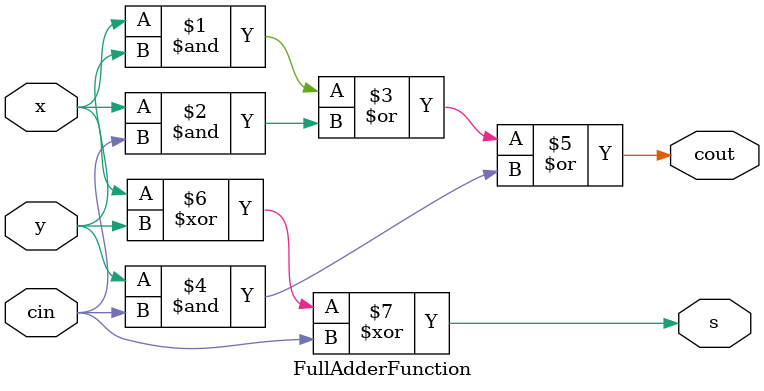
<source format=v>
module FullAdderFunction(x, y, cin, cout, s);
input x,y,cin;
output cout, s;

assign cout = (x&y)|(x&cin)|(y&cin);
assign s = x^y^cin;
endmodule


</source>
